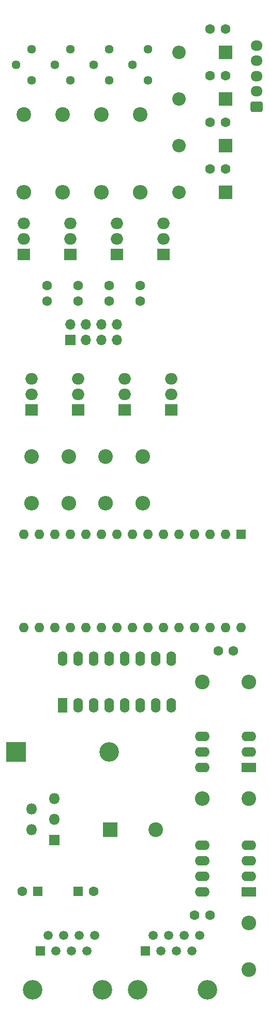
<source format=gbs>
G04 #@! TF.GenerationSoftware,KiCad,Pcbnew,8.0.4*
G04 #@! TF.CreationDate,2024-09-09T15:56:08+02:00*
G04 #@! TF.ProjectId,dmx_to_pwm,646d785f-746f-45f7-9077-6d2e6b696361,rev?*
G04 #@! TF.SameCoordinates,Original*
G04 #@! TF.FileFunction,Soldermask,Bot*
G04 #@! TF.FilePolarity,Negative*
%FSLAX46Y46*%
G04 Gerber Fmt 4.6, Leading zero omitted, Abs format (unit mm)*
G04 Created by KiCad (PCBNEW 8.0.4) date 2024-09-09 15:56:08*
%MOMM*%
%LPD*%
G01*
G04 APERTURE LIST*
G04 Aperture macros list*
%AMRoundRect*
0 Rectangle with rounded corners*
0 $1 Rounding radius*
0 $2 $3 $4 $5 $6 $7 $8 $9 X,Y pos of 4 corners*
0 Add a 4 corners polygon primitive as box body*
4,1,4,$2,$3,$4,$5,$6,$7,$8,$9,$2,$3,0*
0 Add four circle primitives for the rounded corners*
1,1,$1+$1,$2,$3*
1,1,$1+$1,$4,$5*
1,1,$1+$1,$6,$7*
1,1,$1+$1,$8,$9*
0 Add four rect primitives between the rounded corners*
20,1,$1+$1,$2,$3,$4,$5,0*
20,1,$1+$1,$4,$5,$6,$7,0*
20,1,$1+$1,$6,$7,$8,$9,0*
20,1,$1+$1,$8,$9,$2,$3,0*%
G04 Aperture macros list end*
%ADD10C,1.600000*%
%ADD11R,2.200000X2.200000*%
%ADD12O,2.200000X2.200000*%
%ADD13C,1.440000*%
%ADD14R,1.600000X1.600000*%
%ADD15O,3.200000X3.200000*%
%ADD16R,3.200000X3.200000*%
%ADD17C,2.400000*%
%ADD18O,2.400000X2.400000*%
%ADD19R,2.000000X1.905000*%
%ADD20O,2.000000X1.905000*%
%ADD21C,1.500000*%
%ADD22R,1.500000X1.500000*%
%ADD23C,3.200000*%
%ADD24R,1.600000X2.400000*%
%ADD25O,1.600000X2.400000*%
%ADD26O,1.800000X1.800000*%
%ADD27R,1.800000X1.800000*%
%ADD28R,1.700000X1.700000*%
%ADD29O,1.700000X1.700000*%
%ADD30O,2.400000X1.600000*%
%ADD31R,2.400000X1.600000*%
%ADD32RoundRect,0.250000X0.725000X-0.600000X0.725000X0.600000X-0.725000X0.600000X-0.725000X-0.600000X0*%
%ADD33O,1.950000X1.700000*%
%ADD34R,2.400000X2.400000*%
%ADD35O,1.600000X1.600000*%
G04 APERTURE END LIST*
D10*
X101600000Y-31750000D03*
X104100000Y-31750000D03*
X74930000Y-66080000D03*
X74930000Y-68580000D03*
D11*
X104140000Y-35560000D03*
D12*
X96520000Y-35560000D03*
D13*
X85090000Y-32510000D03*
X82550000Y-29970000D03*
X85090000Y-27430000D03*
D10*
X82510000Y-165040000D03*
D14*
X80010000Y-165040000D03*
D10*
X80010000Y-66080000D03*
X80010000Y-68580000D03*
D13*
X78740000Y-32510000D03*
X76200000Y-29970000D03*
X78740000Y-27430000D03*
D15*
X85090000Y-142240000D03*
D16*
X69850000Y-142240000D03*
D17*
X71120000Y-38100000D03*
D18*
X71120000Y-50800000D03*
D17*
X90170000Y-38100000D03*
D18*
X90170000Y-50800000D03*
D17*
X72390000Y-93980000D03*
D18*
X72390000Y-101600000D03*
D19*
X78740000Y-60960000D03*
D20*
X78740000Y-58420000D03*
X78740000Y-55880000D03*
D17*
X84490000Y-93980000D03*
D18*
X84490000Y-101600000D03*
D17*
X100330000Y-130810000D03*
D18*
X107950000Y-130810000D03*
D17*
X107950000Y-177800000D03*
D18*
X107950000Y-170180000D03*
D21*
X99857500Y-172220000D03*
X98587500Y-174760000D03*
X97317500Y-172220000D03*
X96047500Y-174760000D03*
X94777500Y-172220000D03*
X93507500Y-174760000D03*
X92237500Y-172220000D03*
D22*
X90967500Y-174760000D03*
D23*
X101127500Y-181110000D03*
X89697500Y-181110000D03*
D11*
X104140000Y-43180000D03*
D12*
X96520000Y-43180000D03*
D10*
X104100000Y-39370000D03*
X101600000Y-39370000D03*
D18*
X77470000Y-50800000D03*
D17*
X77470000Y-38100000D03*
D24*
X77470000Y-134620000D03*
D25*
X80010000Y-134620000D03*
X82550000Y-134620000D03*
X85090000Y-134620000D03*
X87630000Y-134620000D03*
X90170000Y-134620000D03*
X92710000Y-134620000D03*
X95250000Y-134620000D03*
X95250000Y-127000000D03*
X92710000Y-127000000D03*
X90170000Y-127000000D03*
X87630000Y-127000000D03*
X85090000Y-127000000D03*
X82550000Y-127000000D03*
X80010000Y-127000000D03*
X77470000Y-127000000D03*
D17*
X83820000Y-38100000D03*
D18*
X83820000Y-50800000D03*
D11*
X104140000Y-50800000D03*
D12*
X96520000Y-50800000D03*
D13*
X72390000Y-27430000D03*
X69850000Y-29970000D03*
X72390000Y-32510000D03*
D26*
X76090000Y-149840000D03*
X72390000Y-151540000D03*
X76090000Y-153240000D03*
X72390000Y-154940000D03*
D27*
X76090000Y-156640000D03*
D12*
X96520000Y-27940000D03*
D11*
X104140000Y-27940000D03*
D28*
X78740000Y-74930000D03*
D29*
X78740000Y-72390000D03*
X81280000Y-74930000D03*
X81280000Y-72390000D03*
X83820000Y-74930000D03*
X83820000Y-72390000D03*
X86360000Y-74930000D03*
X86360000Y-72390000D03*
D30*
X100330000Y-165100000D03*
X100330000Y-162560000D03*
X100330000Y-160020000D03*
X100330000Y-157480000D03*
X107950000Y-157480000D03*
X107950000Y-160020000D03*
X107950000Y-162560000D03*
D31*
X107950000Y-165100000D03*
D32*
X109220000Y-36830000D03*
D33*
X109220000Y-34330000D03*
X109220000Y-31830000D03*
X109220000Y-29330000D03*
X109220000Y-26830000D03*
D17*
X78440000Y-93980000D03*
D18*
X78440000Y-101600000D03*
D10*
X102910000Y-125730000D03*
X105410000Y-125730000D03*
D19*
X86360000Y-60960000D03*
D20*
X86360000Y-58420000D03*
X86360000Y-55880000D03*
D23*
X72512500Y-181110000D03*
X83942500Y-181110000D03*
D22*
X73782500Y-174760000D03*
D21*
X75052500Y-172220000D03*
X76322500Y-174760000D03*
X77592500Y-172220000D03*
X78862500Y-174760000D03*
X80132500Y-172220000D03*
X81402500Y-174760000D03*
X82672500Y-172220000D03*
D10*
X70871395Y-165040000D03*
D14*
X73371395Y-165040000D03*
D10*
X90170000Y-66080000D03*
X90170000Y-68580000D03*
X104100000Y-46990000D03*
X101600000Y-46990000D03*
D19*
X71120000Y-60960000D03*
D20*
X71120000Y-58420000D03*
X71120000Y-55880000D03*
D10*
X101560000Y-168910000D03*
X99060000Y-168910000D03*
D17*
X90540000Y-93980000D03*
D18*
X90540000Y-101600000D03*
D31*
X107950000Y-144780000D03*
D30*
X107950000Y-142240000D03*
X107950000Y-139700000D03*
X100330000Y-139700000D03*
X100330000Y-142240000D03*
X100330000Y-144780000D03*
D17*
X107950000Y-149860000D03*
D18*
X100330000Y-149860000D03*
D13*
X91440000Y-27430000D03*
X88900000Y-29970000D03*
X91440000Y-32510000D03*
D10*
X85090000Y-66080000D03*
X85090000Y-68580000D03*
D17*
X92710000Y-154940000D03*
D34*
X85210000Y-154940000D03*
D10*
X104100000Y-24130000D03*
X101600000Y-24130000D03*
D20*
X95250000Y-81280000D03*
X95250000Y-83820000D03*
D19*
X95250000Y-86360000D03*
D20*
X80010000Y-81280000D03*
X80010000Y-83820000D03*
D19*
X80010000Y-86360000D03*
X72390000Y-86360000D03*
D20*
X72390000Y-83820000D03*
X72390000Y-81280000D03*
D19*
X87630000Y-86360000D03*
D20*
X87630000Y-83820000D03*
X87630000Y-81280000D03*
D35*
X106680000Y-121920000D03*
X104140000Y-121920000D03*
X101600000Y-121920000D03*
X99060000Y-121920000D03*
X96520000Y-121920000D03*
X93980000Y-121920000D03*
X91440000Y-121920000D03*
X88900000Y-121920000D03*
X86360000Y-121920000D03*
X83820000Y-121920000D03*
X81280000Y-121920000D03*
X78740000Y-121920000D03*
X76200000Y-121920000D03*
X73660000Y-121920000D03*
X71120000Y-121920000D03*
X71120000Y-106680000D03*
X73660000Y-106680000D03*
X76200000Y-106680000D03*
X78740000Y-106680000D03*
X81280000Y-106680000D03*
X83820000Y-106680000D03*
X86360000Y-106680000D03*
X88900000Y-106680000D03*
X91440000Y-106680000D03*
X93980000Y-106680000D03*
X96520000Y-106680000D03*
X99060000Y-106680000D03*
X101600000Y-106680000D03*
X104140000Y-106680000D03*
D14*
X106680000Y-106680000D03*
D19*
X93980000Y-60960000D03*
D20*
X93980000Y-58420000D03*
X93980000Y-55880000D03*
M02*

</source>
